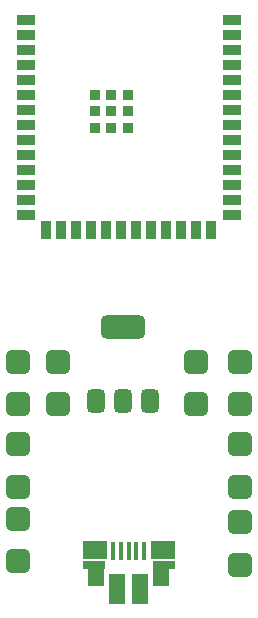
<source format=gtp>
%TF.GenerationSoftware,KiCad,Pcbnew,8.0.6-8.0.6-0~ubuntu24.04.1*%
%TF.CreationDate,2024-10-30T09:24:07+01:00*%
%TF.ProjectId,breakout_pcb,62726561-6b6f-4757-945f-7063622e6b69,rev?*%
%TF.SameCoordinates,Original*%
%TF.FileFunction,Paste,Top*%
%TF.FilePolarity,Positive*%
%FSLAX46Y46*%
G04 Gerber Fmt 4.6, Leading zero omitted, Abs format (unit mm)*
G04 Created by KiCad (PCBNEW 8.0.6-8.0.6-0~ubuntu24.04.1) date 2024-10-30 09:24:07*
%MOMM*%
%LPD*%
G01*
G04 APERTURE LIST*
G04 Aperture macros list*
%AMRoundRect*
0 Rectangle with rounded corners*
0 $1 Rounding radius*
0 $2 $3 $4 $5 $6 $7 $8 $9 X,Y pos of 4 corners*
0 Add a 4 corners polygon primitive as box body*
4,1,4,$2,$3,$4,$5,$6,$7,$8,$9,$2,$3,0*
0 Add four circle primitives for the rounded corners*
1,1,$1+$1,$2,$3*
1,1,$1+$1,$4,$5*
1,1,$1+$1,$6,$7*
1,1,$1+$1,$8,$9*
0 Add four rect primitives between the rounded corners*
20,1,$1+$1,$2,$3,$4,$5,0*
20,1,$1+$1,$4,$5,$6,$7,0*
20,1,$1+$1,$6,$7,$8,$9,0*
20,1,$1+$1,$8,$9,$2,$3,0*%
G04 Aperture macros list end*
%ADD10RoundRect,0.384616X-0.615384X0.615384X-0.615384X-0.615384X0.615384X-0.615384X0.615384X0.615384X0*%
%ADD11R,0.400000X1.650000*%
%ADD12R,1.825000X0.700000*%
%ADD13R,2.000000X1.500000*%
%ADD14R,1.350000X2.000000*%
%ADD15R,1.430000X2.500000*%
%ADD16RoundRect,0.384616X0.615384X-0.615384X0.615384X0.615384X-0.615384X0.615384X-0.615384X-0.615384X0*%
%ADD17R,0.900000X0.900000*%
%ADD18R,1.500000X0.900000*%
%ADD19R,0.900000X1.500000*%
%ADD20RoundRect,0.375000X0.375000X-0.625000X0.375000X0.625000X-0.375000X0.625000X-0.375000X-0.625000X0*%
%ADD21RoundRect,0.500000X1.400000X-0.500000X1.400000X0.500000X-1.400000X0.500000X-1.400000X-0.500000X0*%
G04 APERTURE END LIST*
D10*
%TO.C,C4*%
X122175000Y-104300000D03*
X122175000Y-107900000D03*
%TD*%
%TO.C,R2*%
X118775000Y-117600000D03*
X118775000Y-121200000D03*
%TD*%
D11*
%TO.C,J1*%
X126845000Y-120370000D03*
X127495000Y-120370000D03*
X128145000Y-120370000D03*
X128795000Y-120370000D03*
X129445000Y-120370000D03*
D12*
X125195000Y-121570000D03*
D13*
X125295000Y-120270000D03*
D14*
X125415000Y-122320000D03*
D15*
X127185000Y-123520000D03*
X129105000Y-123520000D03*
D14*
X130895000Y-122320000D03*
D13*
X131045000Y-120250000D03*
D12*
X131145000Y-121570000D03*
%TD*%
D16*
%TO.C,F1*%
X133850000Y-107900000D03*
X133850000Y-104300000D03*
%TD*%
%TO.C,R1*%
X118775000Y-107900000D03*
X118775000Y-104300000D03*
%TD*%
D10*
%TO.C,R3*%
X137575000Y-117900000D03*
X137575000Y-121500000D03*
%TD*%
%TO.C,C2*%
X137575000Y-104300000D03*
X137575000Y-107900000D03*
%TD*%
D16*
%TO.C,C1*%
X118775000Y-114900000D03*
X118775000Y-111300000D03*
%TD*%
%TO.C,C3*%
X137575000Y-114900000D03*
X137575000Y-111300000D03*
%TD*%
D17*
%TO.C,U2*%
X125275000Y-81710000D03*
X125275000Y-83110000D03*
X125275000Y-84510000D03*
X126675000Y-81710000D03*
X126675000Y-83110000D03*
X126675000Y-84510000D03*
X128075000Y-81710000D03*
X128075000Y-83110000D03*
X128075000Y-84510000D03*
D18*
X119425000Y-75390000D03*
X119425000Y-76660000D03*
X119425000Y-77930000D03*
X119425000Y-79200000D03*
X119425000Y-80470000D03*
X119425000Y-81740000D03*
X119425000Y-83010000D03*
X119425000Y-84280000D03*
X119425000Y-85550000D03*
X119425000Y-86820000D03*
X119425000Y-88090000D03*
X119425000Y-89360000D03*
X119425000Y-90630000D03*
X119425000Y-91900000D03*
D19*
X121190000Y-93150000D03*
X122460000Y-93150000D03*
X123730000Y-93150000D03*
X125000000Y-93150000D03*
X126270000Y-93150000D03*
X127540000Y-93150000D03*
X128810000Y-93150000D03*
X130080000Y-93150000D03*
X131350000Y-93150000D03*
X132620000Y-93150000D03*
X133890000Y-93150000D03*
X135160000Y-93150000D03*
D18*
X136925000Y-91900000D03*
X136925000Y-90630000D03*
X136925000Y-89360000D03*
X136925000Y-88090000D03*
X136925000Y-86820000D03*
X136925000Y-85550000D03*
X136925000Y-84280000D03*
X136925000Y-83010000D03*
X136925000Y-81740000D03*
X136925000Y-80470000D03*
X136925000Y-79200000D03*
X136925000Y-77930000D03*
X136925000Y-76660000D03*
X136925000Y-75390000D03*
%TD*%
D20*
%TO.C,U1*%
X125375000Y-107650000D03*
X127675000Y-107650000D03*
D21*
X127675000Y-101350000D03*
D20*
X129975000Y-107650000D03*
%TD*%
M02*

</source>
